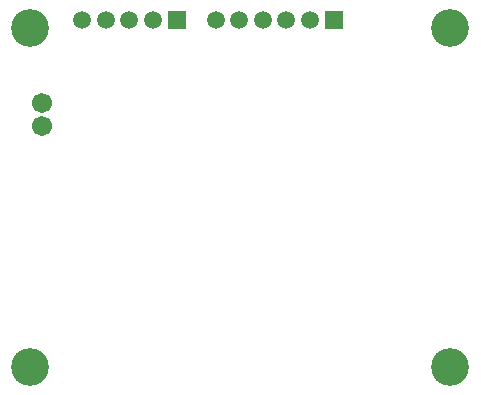
<source format=gbs>
G04*
G04 #@! TF.GenerationSoftware,Altium Limited,Altium Designer,20.0.2 (26)*
G04*
G04 Layer_Color=16711935*
%FSLAX25Y25*%
%MOIN*%
G70*
G01*
G75*
%ADD41R,0.06400X0.05912*%
%ADD42C,0.05912*%
%ADD43C,0.06699*%
%ADD44C,0.12611*%
D41*
X110722Y125700D02*
D03*
X58363Y125763D02*
D03*
D42*
X102848Y125700D02*
D03*
X94974D02*
D03*
X87100D02*
D03*
X79226D02*
D03*
X71352D02*
D03*
X26867Y125763D02*
D03*
X34741D02*
D03*
X42615D02*
D03*
X50489D02*
D03*
D43*
X13600Y98137D02*
D03*
Y90263D02*
D03*
D44*
X149600Y123200D02*
D03*
Y10200D02*
D03*
X9600D02*
D03*
Y123200D02*
D03*
M02*

</source>
